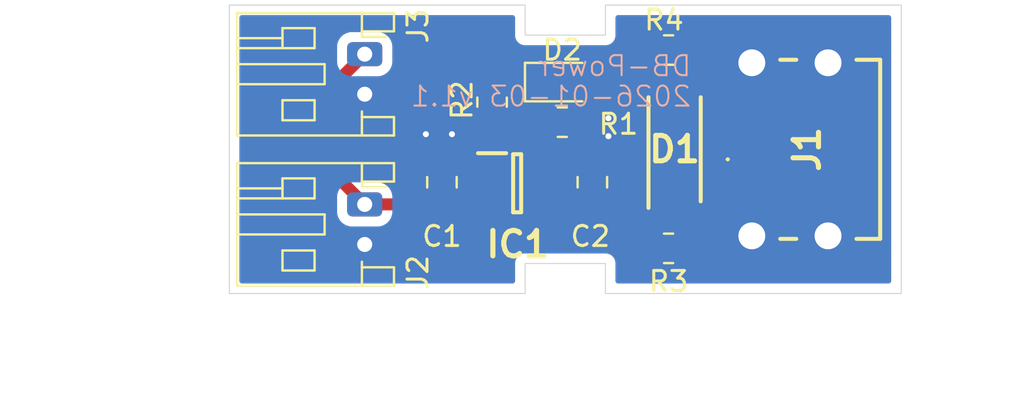
<source format=kicad_pcb>
(kicad_pcb (version 20241229) (generator "pcbnew") (generator_version "9.0")
  (layers (0 "F.Cu" signal) (2 "B.Cu" signal) (13 "F.Paste" user) (15 "B.Paste" user) (5 "F.SilkS" user "F.Silkscreen") (7 "B.SilkS" user "B.Silkscreen") (1 "F.Mask" user) (3 "B.Mask" user) (25 "Edge.Cuts" user))
  (net 0 "")
  (net 1 "GND")
  (net 2 "VDD")
  (net 3 "Net-(D2-K)")
  (net 4 "unconnected-(J1-CC1-PadA5)")
  (net 5 "unconnected-(J1-CC2-PadB5)")
  (net 6 "/PROG")
  (net 7 "/STAT")
  (net 8 "+BATT")
  (footprint "Connector_JST:JST_PH_S2B-PH-K_1x02_P2.00mm_Horizontal" (layer "F.Cu") (at 115.15 69.605669 -90)
    (property "Reference" "J3" (at -1.405669 -2.65 90) (layer "F.SilkS"))
    (property "Value" "Load")
    (fp_line (start -2.06 6.36) (end 4.06 6.36) (stroke (width 0.12)) (layer "F.SilkS"))
    (fp_line (start 0.5 6.36) (end 0.5 2) (stroke (width 0.12)) (layer "F.SilkS"))
    (fp_line (start 4.06 6.36) (end 4.06 -1.46) (stroke (width 0.12)) (layer "F.SilkS"))
    (fp_line (start -1.3 4.1) (end -0.3 4.1) (stroke (width 0.12)) (layer "F.SilkS"))
    (fp_line (start -0.8 4.1) (end -0.8 6.36) (stroke (width 0.12)) (layer "F.SilkS"))
    (fp_line (start -0.3 4.1) (end -0.3 6.36) (stroke (width 0.12)) (layer "F.SilkS"))
    (fp_line (start -0.3 4.1) (end -0.3 2.5) (stroke (width 0.12)) (layer "F.SilkS"))
    (fp_line (start 2.3 4.1) (end 2.3 2.5) (stroke (width 0.12)) (layer "F.SilkS"))
    (fp_line (start 3.3 4.1) (end 2.3 4.1) (stroke (width 0.12)) (layer "F.SilkS"))
    (fp_line (start -1.3 2.5) (end -1.3 4.1) (stroke (width 0.12)) (layer "F.SilkS"))
    (fp_line (start -0.3 2.5) (end -1.3 2.5) (stroke (width 0.12)) (layer "F.SilkS"))
    (fp_line (start 2.3 2.5) (end 3.3 2.5) (stroke (width 0.12)) (layer "F.SilkS"))
    (fp_line (start 3.3 2.5) (end 3.3 4.1) (stroke (width 0.12)) (layer "F.SilkS"))
    (fp_line (start 0.5 2) (end 1.5 2) (stroke (width 0.12)) (layer "F.SilkS"))
    (fp_line (start 1.5 2) (end 1.5 6.36) (stroke (width 0.12)) (layer "F.SilkS"))
    (fp_line (start -2.06 0.14) (end -1.14 0.14) (stroke (width 0.12)) (layer "F.SilkS"))
    (fp_line (start -1.14 0.14) (end -1.14 -1.46) (stroke (width 0.12)) (layer "F.SilkS"))
    (fp_line (start -0.86 0.14) (end -1.14 0.14) (stroke (width 0.12)) (layer "F.SilkS"))
    (fp_line (start -0.86 0.14) (end -0.86 -1.075) (stroke (width 0.12)) (layer "F.SilkS"))
    (fp_line (start 3.14 0.14) (end 2.86 0.14) (stroke (width 0.12)) (layer "F.SilkS"))
    (fp_line (start 4.06 0.14) (end 3.14 0.14) (stroke (width 0.12)) (layer "F.SilkS"))
    (fp_line (start -2.06 -1.46) (end -2.06 6.36) (stroke (width 0.12)) (layer "F.SilkS"))
    (fp_line (start -1.14 -1.46) (end -2.06 -1.46) (stroke (width 0.12)) (layer "F.SilkS"))
    (fp_line (start 3.14 -1.46) (end 3.14 0.14) (stroke (width 0.12)) (layer "F.SilkS"))
    (fp_line (start 4.06 -1.46) (end 3.14 -1.46) (stroke (width 0.12)) (layer "F.SilkS"))
    (pad "1" thru_hole roundrect (at 0 0 270) (size 1.2 1.75) (drill 0.75) (layers "*.Cu" "*.Mask") (roundrect_rratio 0.208333) (net 8 "+BATT"))
    (pad "2" thru_hole oval (at 2 0 270) (size 1.2 1.75) (drill 0.75) (layers "*.Cu" "*.Mask") (net 1 "GND"))
  )
  (footprint "Resistor_SMD:R_0805_2012Metric_Pad1.20x1.40mm_HandSolder" (layer "F.Cu") (at 125 73)
    (property "Reference" "R1" (at 2.8 0.1 0) (layer "F.SilkS"))
    (property "Value" "2k")
    (fp_line (start -0.227064 -0.735) (end 0.227064 -0.735) (stroke (width 0.12)) (layer "F.SilkS"))
    (fp_line (start -0.227064 0.735) (end 0.227064 0.735) (stroke (width 0.12)) (layer "F.SilkS"))
    (pad "1" smd roundrect (at -1 0) (size 1.2 1.4) (layers "F.Cu" "F.Mask" "F.Paste") (roundrect_rratio 0.208333) (net 6 "/PROG"))
    (pad "2" smd roundrect (at 1 0) (size 1.2 1.4) (layers "F.Cu" "F.Mask" "F.Paste") (roundrect_rratio 0.208333) (net 1 "GND"))
  )
  (footprint "Capacitor_SMD:C_0805_2012Metric_Pad1.18x1.45mm_HandSolder" (layer "F.Cu") (at 126.5 76 90)
    (property "Reference" "C2" (at -2.7 -0.1 180) (layer "F.SilkS"))
    (property "Value" "4.7uF")
    (fp_line (start -0.261252 -0.735) (end 0.261252 -0.735) (stroke (width 0.12)) (layer "F.SilkS"))
    (fp_line (start -0.261252 0.735) (end 0.261252 0.735) (stroke (width 0.12)) (layer "F.SilkS"))
    (pad "1" smd roundrect (at -1.0375 0 90) (size 1.175 1.45) (layers "F.Cu" "F.Mask" "F.Paste") (roundrect_rratio 0.212766) (net 2 "VDD"))
    (pad "2" smd roundrect (at 1.0375 0 90) (size 1.175 1.45) (layers "F.Cu" "F.Mask" "F.Paste") (roundrect_rratio 0.212766) (net 1 "GND"))
  )
  (footprint "LED_SMD:LED_0805_2012Metric_Pad1.15x1.40mm_HandSolder" (layer "F.Cu") (at 125 71)
    (property "Reference" "D2" (at 0 -1.6 0) (layer "F.SilkS"))
    (property "Value" "Status")
    (fp_line (start -1.86 -0.96) (end -1.86 0.96) (stroke (width 0.12)) (layer "F.SilkS"))
    (fp_line (start -1.86 0.96) (end 1 0.96) (stroke (width 0.12)) (layer "F.SilkS"))
    (fp_line (start 1 -0.96) (end -1.86 -0.96) (stroke (width 0.12)) (layer "F.SilkS"))
    (pad "1" smd roundrect (at -1.025 0) (size 1.15 1.4) (layers "F.Cu" "F.Mask" "F.Paste") (roundrect_rratio 0.217391) (net 3 "Net-(D2-K)"))
    (pad "2" smd roundrect (at 1.025 0) (size 1.15 1.4) (layers "F.Cu" "F.Mask" "F.Paste") (roundrect_rratio 0.217391) (net 2 "VDD"))
  )
  (footprint "Resistor_SMD:R_0805_2012Metric_Pad1.20x1.40mm_HandSolder" (layer "F.Cu") (at 121.5 72 90)
    (property "Reference" "R2" (at 0.1 -1.5 90) (layer "F.SilkS"))
    (property "Value" "600 Ohm")
    (fp_line (start -0.227064 -0.735) (end 0.227064 -0.735) (stroke (width 0.12)) (layer "F.SilkS"))
    (fp_line (start -0.227064 0.735) (end 0.227064 0.735) (stroke (width 0.12)) (layer "F.SilkS"))
    (pad "1" smd roundrect (at -1 0 90) (size 1.2 1.4) (layers "F.Cu" "F.Mask" "F.Paste") (roundrect_rratio 0.208333) (net 7 "/STAT"))
    (pad "2" smd roundrect (at 1 0 90) (size 1.2 1.4) (layers "F.Cu" "F.Mask" "F.Paste") (roundrect_rratio 0.208333) (net 3 "Net-(D2-K)"))
  )
  (footprint "Garth:DIOM5226X240N" (layer "F.Cu") (at 130.6 74.355669 90)
    (property "Reference" "D1" (at 0 0 180) (layer "F.SilkS") (effects (font (size 1.27 1.27) (thickness 0.254))))
    (property "Value" "SMAJ6.0A-13-F" (hide yes))
    (fp_line (start 2.598 -1.302) (end -2.925 -1.302) (stroke (width 0.2)) (layer "F.SilkS"))
    (fp_line (start -2.598 1.302) (end 2.598 1.302) (stroke (width 0.2)) (layer "F.SilkS"))
    (pad "1" smd rect (at -2.15 0 180) (size 1.55 2.35) (layers "F.Cu" "F.Mask" "F.Paste") (net 2 "VDD"))
    (pad "2" smd rect (at 2.15 0 180) (size 1.55 2.35) (layers "F.Cu" "F.Mask" "F.Paste") (net 1 "GND"))
  )
  (footprint "Connector_JST:JST_PH_S2B-PH-K_1x02_P2.00mm_Horizontal" (layer "F.Cu") (at 115.15 77.105669 -90)
    (property "Reference" "J2" (at 3.394331 -2.65 90) (layer "F.SilkS"))
    (property "Value" "Battery")
    (fp_line (start -2.06 6.36) (end 4.06 6.36) (stroke (width 0.12)) (layer "F.SilkS"))
    (fp_line (start 0.5 6.36) (end 0.5 2) (stroke (width 0.12)) (layer "F.SilkS"))
    (fp_line (start 4.06 6.36) (end 4.06 -1.46) (stroke (width 0.12)) (layer "F.SilkS"))
    (fp_line (start -1.3 4.1) (end -0.3 4.1) (stroke (width 0.12)) (layer "F.SilkS"))
    (fp_line (start -0.8 4.1) (end -0.8 6.36) (stroke (width 0.12)) (layer "F.SilkS"))
    (fp_line (start -0.3 4.1) (end -0.3 6.36) (stroke (width 0.12)) (layer "F.SilkS"))
    (fp_line (start -0.3 4.1) (end -0.3 2.5) (stroke (width 0.12)) (layer "F.SilkS"))
    (fp_line (start 2.3 4.1) (end 2.3 2.5) (stroke (width 0.12)) (layer "F.SilkS"))
    (fp_line (start 3.3 4.1) (end 2.3 4.1) (stroke (width 0.12)) (layer "F.SilkS"))
    (fp_line (start -1.3 2.5) (end -1.3 4.1) (stroke (width 0.12)) (layer "F.SilkS"))
    (fp_line (start -0.3 2.5) (end -1.3 2.5) (stroke (width 0.12)) (layer "F.SilkS"))
    (fp_line (start 2.3 2.5) (end 3.3 2.5) (stroke (width 0.12)) (layer "F.SilkS"))
    (fp_line (start 3.3 2.5) (end 3.3 4.1) (stroke (width 0.12)) (layer "F.SilkS"))
    (fp_line (start 0.5 2) (end 1.5 2) (stroke (width 0.12)) (layer "F.SilkS"))
    (fp_line (start 1.5 2) (end 1.5 6.36) (stroke (width 0.12)) (layer "F.SilkS"))
    (fp_line (start -2.06 0.14) (end -1.14 0.14) (stroke (width 0.12)) (layer "F.SilkS"))
    (fp_line (start -1.14 0.14) (end -1.14 -1.46) (stroke (width 0.12)) (layer "F.SilkS"))
    (fp_line (start -0.86 0.14) (end -1.14 0.14) (stroke (width 0.12)) (layer "F.SilkS"))
    (fp_line (start -0.86 0.14) (end -0.86 -1.075) (stroke (width 0.12)) (layer "F.SilkS"))
    (fp_line (start 3.14 0.14) (end 2.86 0.14) (stroke (width 0.12)) (layer "F.SilkS"))
    (fp_line (start 4.06 0.14) (end 3.14 0.14) (stroke (width 0.12)) (layer "F.SilkS"))
    (fp_line (start -2.06 -1.46) (end -2.06 6.36) (stroke (width 0.12)) (layer "F.SilkS"))
    (fp_line (start -1.14 -1.46) (end -2.06 -1.46) (stroke (width 0.12)) (layer "F.SilkS"))
    (fp_line (start 3.14 -1.46) (end 3.14 0.14) (stroke (width 0.12)) (layer "F.SilkS"))
    (fp_line (start 4.06 -1.46) (end 3.14 -1.46) (stroke (width 0.12)) (layer "F.SilkS"))
    (pad "1" thru_hole roundrect (at 0 0 270) (size 1.2 1.75) (drill 0.75) (layers "*.Cu" "*.Mask") (roundrect_rratio 0.208333) (net 8 "+BATT"))
    (pad "2" thru_hole oval (at 2 0 270) (size 1.2 1.75) (drill 0.75) (layers "*.Cu" "*.Mask") (net 1 "GND"))
  )
  (footprint "Garth:SOT95P270X145-5N" (layer "F.Cu") (at 122.75 76.05)
    (property "Reference" "IC1" (at 0.030238 3.05 0) (layer "F.SilkS") (effects (font (size 1.27 1.27) (thickness 0.254))))
    (property "Value" "MCP73831T-2ACI_OT" (hide yes))
    (fp_line (start -1.95 -1.5) (end -0.55 -1.5) (stroke (width 0.2)) (layer "F.SilkS"))
    (fp_line (start -0.2 -1.45) (end 0.2 -1.45) (stroke (width 0.2)) (layer "F.SilkS"))
    (fp_line (start -0.2 1.45) (end -0.2 -1.45) (stroke (width 0.2)) (layer "F.SilkS"))
    (fp_line (start 0.2 -1.45) (end 0.2 1.45) (stroke (width 0.2)) (layer "F.SilkS"))
    (fp_line (start 0.2 1.45) (end -0.2 1.45) (stroke (width 0.2)) (layer "F.SilkS"))
    (pad "1" smd rect (at -1.25 -0.95 90) (size 0.6 1.4) (layers "F.Cu" "F.Mask" "F.Paste") (net 7 "/STAT"))
    (pad "2" smd rect (at -1.25 0 90) (size 0.6 1.4) (layers "F.Cu" "F.Mask" "F.Paste") (net 1 "GND"))
    (pad "3" smd rect (at -1.25 0.95 90) (size 0.6 1.4) (layers "F.Cu" "F.Mask" "F.Paste") (net 8 "+BATT"))
    (pad "4" smd rect (at 1.25 0.95 90) (size 0.6 1.4) (layers "F.Cu" "F.Mask" "F.Paste") (net 2 "VDD"))
    (pad "5" smd rect (at 1.25 -0.95 90) (size 0.6 1.4) (layers "F.Cu" "F.Mask" "F.Paste") (net 6 "/PROG"))
  )
  (footprint "Capacitor_SMD:C_0805_2012Metric_Pad1.18x1.45mm_HandSolder" (layer "F.Cu") (at 119 76 90)
    (property "Reference" "C1" (at -2.7 0 180) (layer "F.SilkS"))
    (property "Value" "4.7uF")
    (fp_line (start -0.261252 -0.735) (end 0.261252 -0.735) (stroke (width 0.12)) (layer "F.SilkS"))
    (fp_line (start -0.261252 0.735) (end 0.261252 0.735) (stroke (width 0.12)) (layer "F.SilkS"))
    (pad "1" smd roundrect (at -1.0375 0 90) (size 1.175 1.45) (layers "F.Cu" "F.Mask" "F.Paste") (roundrect_rratio 0.212766) (net 8 "+BATT"))
    (pad "2" smd roundrect (at 1.0375 0 90) (size 1.175 1.45) (layers "F.Cu" "F.Mask" "F.Paste") (roundrect_rratio 0.212766) (net 1 "GND"))
  )
  (footprint "Resistor_SMD:R_0805_2012Metric_Pad1.20x1.40mm_HandSolder" (layer "F.Cu") (at 130.3 79.3 180)
    (property "Reference" "R3" (at 0 -1.65 0) (layer "F.SilkS"))
    (property "Value" "5.1k")
    (fp_line (start -0.227064 0.735) (end 0.227064 0.735) (stroke (width 0.12)) (layer "F.SilkS"))
    (fp_line (start -0.227064 -0.735) (end 0.227064 -0.735) (stroke (width 0.12)) (layer "F.SilkS"))
    (pad "1" smd roundrect (at -1 0 180) (size 1.2 1.4) (layers "F.Cu" "F.Mask" "F.Paste") (roundrect_rratio 0.208333) (net 4 "unconnected-(J1-CC1-PadA5)"))
    (pad "2" smd roundrect (at 1 0 180) (size 1.2 1.4) (layers "F.Cu" "F.Mask" "F.Paste") (roundrect_rratio 0.208333) (net 1 "GND"))
  )
  (footprint "Garth:UJCHGSMT2P6TR" (layer "F.Cu") (at 137.4 74.355669 90)
    (property "Reference" "J1" (at 0 -0.2 90) (layer "F.SilkS") (effects (font (size 1.27 1.27) (thickness 0.254))))
    (property "Value" "UJC-H-G-SMT-2-P6-TR" (hide yes))
    (fp_line (start -0.5 -4.2) (end -0.5 -4.2) (stroke (width 0.1)) (layer "F.SilkS"))
    (fp_line (start -0.5 -4.1) (end -0.5 -4.1) (stroke (width 0.1)) (layer "F.SilkS"))
    (fp_line (start 4.47 -1.533) (end 4.47 -0.733) (stroke (width 0.2)) (layer "F.SilkS"))
    (fp_line (start -4.47 -1.533) (end -4.47 -0.733) (stroke (width 0.2)) (layer "F.SilkS"))
    (fp_line (start 4.47 2.267) (end 4.47 3.45) (stroke (width 0.2)) (layer "F.SilkS"))
    (fp_line (start 4.47 3.45) (end -4.47 3.45) (stroke (width 0.2)) (layer "F.SilkS"))
    (fp_line (start -4.47 3.45) (end -4.47 2.267) (stroke (width 0.2)) (layer "F.SilkS"))
    (fp_arc (start -0.5 -4.2) (mid -0.45 -4.15) (end -0.5 -4.1) (stroke (width 0.1)) (layer "F.SilkS"))
    (fp_arc (start -0.5 -4.1) (mid -0.55 -4.15) (end -0.5 -4.2) (stroke (width 0.1)) (layer "F.SilkS"))
    (pad "1" thru_hole circle (at -4.32 -2.95 90) (size 1.8 1.8) (drill 1.34) (layers "*.Cu" "*.Mask") (net 1 "GND"))
    (pad "2" thru_hole circle (at 4.32 -2.95 90) (size 1.8 1.8) (drill 1.34) (layers "*.Cu" "*.Mask") (net 1 "GND"))
    (pad "3" thru_hole circle (at -4.32 0.85 90) (size 2.01 2.01) (drill 1.34) (layers "*.Cu" "*.Mask") (net 1 "GND"))
    (pad "4" thru_hole circle (at 4.32 0.85 90) (size 2.01 2.01) (drill 1.34) (layers "*.Cu" "*.Mask") (net 1 "GND"))
    (pad "A5" smd rect (at -0.5 -3.03 90) (size 0.7 1.2) (layers "F.Cu" "F.Mask" "F.Paste") (net 4 "unconnected-(J1-CC1-PadA5)"))
    (pad "A9" smd rect (at 1.52 -3.03 90) (size 0.76 1.2) (layers "F.Cu" "F.Mask" "F.Paste") (net 2 "VDD"))
    (pad "A12" smd rect (at 2.75 -3.03 90) (size 0.8 1.2) (layers "F.Cu" "F.Mask" "F.Paste") (net 1 "GND"))
    (pad "B5" smd rect (at 0.5 -3.03 90) (size 0.7 1.2) (layers "F.Cu" "F.Mask" "F.Paste") (net 5 "unconnected-(J1-CC2-PadB5)"))
    (pad "B9" smd rect (at -1.52 -3.03 90) (size 0.76 1.2) (layers "F.Cu" "F.Mask" "F.Paste") (net 2 "VDD"))
    (pad "B12" smd rect (at -2.75 -3.03 90) (size 0.8 1.2) (layers "F.Cu" "F.Mask" "F.Paste") (net 1 "GND"))
  )
  (footprint "Resistor_SMD:R_0805_2012Metric_Pad1.20x1.40mm_HandSolder" (layer "F.Cu") (at 130.3 69.4 180)
    (property "Reference" "R4" (at 0.227064 1.5 0) (layer "F.SilkS"))
    (property "Value" "5.1k")
    (fp_line (start -0.227064 0.735) (end 0.227064 0.735) (stroke (width 0.12)) (layer "F.SilkS"))
    (fp_line (start -0.227064 -0.735) (end 0.227064 -0.735) (stroke (width 0.12)) (layer "F.SilkS"))
    (pad "1" smd roundrect (at -1 0 180) (size 1.2 1.4) (layers "F.Cu" "F.Mask" "F.Paste") (roundrect_rratio 0.208333) (net 5 "unconnected-(J1-CC2-PadB5)"))
    (pad "2" smd roundrect (at 1 0 180) (size 1.2 1.4) (layers "F.Cu" "F.Mask" "F.Paste") (roundrect_rratio 0.208333) (net 1 "GND"))
  )
  (gr_line (start 127.15 67.155669) (end 127.15 68.655669) (stroke (width 0.05)) (layer "Edge.Cuts"))
  (gr_line (start 123.15 81.555669) (end 108.4 81.555669) (stroke (width 0.05)) (layer "Edge.Cuts"))
  (gr_line (start 123.15 67.155669) (end 108.4 67.155669) (stroke (width 0.05)) (layer "Edge.Cuts"))
  (gr_line (start 123.15 80.055669) (end 127.15 80.055669) (stroke (width 0.05)) (layer "Edge.Cuts"))
  (gr_line (start 127.15 68.655669) (end 123.15 68.655669) (stroke (width 0.05)) (layer "Edge.Cuts"))
  (gr_line (start 108.4 67.155669) (end 108.4 81.555669) (stroke (width 0.05)) (layer "Edge.Cuts"))
  (gr_line (start 127.15 80.055669) (end 127.15 81.555669) (stroke (width 0.05)) (layer "Edge.Cuts"))
  (gr_line (start 141.9 67.155669) (end 127.15 67.155669) (stroke (width 0.05)) (layer "Edge.Cuts"))
  (gr_line (start 123.15 68.655669) (end 123.15 67.155669) (stroke (width 0.05)) (layer "Edge.Cuts"))
  (gr_line (start 123.15 81.555669) (end 123.15 80.055669) (stroke (width 0.05)) (layer "Edge.Cuts"))
  (gr_line (start 141.9 81.555669) (end 127.15 81.555669) (stroke (width 0.05)) (layer "Edge.Cuts"))
  (gr_line (start 141.9 81.555669) (end 141.9 67.155669) (stroke (width 0.05)) (layer "Edge.Cuts"))
  (gr_text "DB-Power" (at 131.5 70.780669 0) (layer "B.SilkS") (effects (font (size 1 1) (thickness 0.1)) (justify left bottom mirror)))
  (gr_text "2026-01-03 v1.1" (at 131.5 72.3 0) (layer "B.SilkS") (effects (font (size 1 1) (thickness 0.1)) (justify left bottom mirror)))
  (segment (start 129.3 79.3) (end 130.618331 77.981669) (width 0.2) (layer "F.Cu") (net 1))
  (segment (start 131.2 71.605669) (end 130.6 72.205669) (width 0.6) (layer "F.Cu") (net 1))
  (segment (start 134.37 77.105669) (end 134.37 78.595669) (width 0.6) (layer "F.Cu") (net 1))
  (segment (start 133.756 77.981669) (end 134.45 78.675669) (width 0.2) (layer "F.Cu") (net 1))
  (segment (start 134.45 78.675669) (end 138.25 78.675669) (width 0.6) (layer "F.Cu") (net 1))
  (segment (start 134.45 70.035669) (end 138.25 70.035669) (width 0.6) (layer "F.Cu") (net 1))
  (segment (start 134.37 71.605669) (end 134.37 70.115669) (width 0.6) (layer "F.Cu") (net 1))
  (segment (start 129.3 69.4) (end 129.3 70.905669) (width 0.2) (layer "F.Cu") (net 1))
  (segment (start 134.37 71.605669) (end 131.2 71.605669) (width 0.6) (layer "F.Cu") (net 1))
  (segment (start 134.37 70.115669) (end 134.45 70.035669) (width 0.6) (layer "F.Cu") (net 1))
  (segment (start 130.6 72.205669) (end 130.6 73.055669) (width 0.6) (layer "F.Cu") (net 1))
  (segment (start 134.37 78.595669) (end 134.45 78.675669) (width 0.6) (layer "F.Cu") (net 1))
  (segment (start 129.3 70.905669) (end 130.6 72.205669) (width 0.2) (layer "F.Cu") (net 1))
  (segment (start 130.618331 77.981669) (end 133.756 77.981669) (width 0.2) (layer "F.Cu") (net 1))
  (via (at 127.3 72.8) (size 0.6) (drill 0.3) (layers "F.Cu" "B.Cu") (net 1))
  (via (at 127.3 73.7) (size 0.6) (drill 0.3) (layers "F.Cu" "B.Cu") (net 1))
  (via (at 119.5 73.6) (size 0.6) (drill 0.3) (layers "F.Cu" "B.Cu") (net 1))
  (via (at 118.2 73.6) (size 0.6) (drill 0.3) (layers "F.Cu" "B.Cu") (net 1))
  (segment (start 131.23 75.875669) (end 130.6 76.505669) (width 0.6) (layer "F.Cu") (net 2))
  (segment (start 130.6 76.505669) (end 130.068169 77.0375) (width 0.6) (layer "F.Cu") (net 2))
  (segment (start 128.4 75.8) (end 127.1625 77.0375) (width 0.2) (layer "F.Cu") (net 2))
  (segment (start 130.068169 77.0375) (end 126.5 77.0375) (width 0.6) (layer "F.Cu") (net 2))
  (segment (start 132.5 73.773669) (end 132.5 75.875669) (width 0.6) (layer "F.Cu") (net 2))
  (segment (start 132.5 75.875669) (end 131.23 75.875669) (width 0.6) (layer "F.Cu") (net 2))
  (segment (start 134.37 75.875669) (end 132.5 75.875669) (width 0.6) (layer "F.Cu") (net 2))
  (segment (start 127.1625 77.0375) (end 126.5 77.0375) (width 0.2) (layer "F.Cu") (net 2))
  (segment (start 126.025 71) (end 127.3 71) (width 0.2) (layer "F.Cu") (net 2))
  (segment (start 134.37 72.835669) (end 133.438 72.835669) (width 0.6) (layer "F.Cu") (net 2))
  (segment (start 128.4 72.1) (end 128.4 75.8) (width 0.2) (layer "F.Cu") (net 2))
  (segment (start 127.3 71) (end 128.4 72.1) (width 0.2) (layer "F.Cu") (net 2))
  (segment (start 133.438 72.835669) (end 132.5 73.773669) (width 0.6) (layer "F.Cu") (net 2))
  (segment (start 121.5 71) (end 123.975 71) (width 0.2) (layer "F.Cu") (net 3))
  (segment (start 139.556 78.134706) (end 136.276963 74.855669) (width 0.2) (layer "F.Cu") (net 4))
  (segment (start 138.790963 79.981669) (end 139.556 79.216632) (width 0.2) (layer "F.Cu") (net 4))
  (segment (start 131.981669 79.981669) (end 138.790963 79.981669) (width 0.2) (layer "F.Cu") (net 4))
  (segment (start 139.556 79.216632) (end 139.556 78.134706) (width 0.2) (layer "F.Cu") (net 4))
  (segment (start 131.3 79.3) (end 131.981669 79.981669) (width 0.2) (layer "F.Cu") (net 4))
  (segment (start 136.276963 74.855669) (end 134.37 74.855669) (width 0.2) (layer "F.Cu") (net 4))
  (segment (start 131.3 69.4) (end 131.970331 68.729669) (width 0.2) (layer "F.Cu") (net 5))
  (segment (start 136.276963 73.855669) (end 134.37 73.855669) (width 0.2) (layer "F.Cu") (net 5))
  (segment (start 131.970331 68.729669) (end 138.790963 68.729669) (width 0.2) (layer "F.Cu") (net 5))
  (segment (start 138.790963 68.729669) (end 139.556 69.494706) (width 0.2) (layer "F.Cu") (net 5))
  (segment (start 139.556 70.576632) (end 136.276963 73.855669) (width 0.2) (layer "F.Cu") (net 5))
  (segment (start 139.556 69.494706) (end 139.556 70.576632) (width 0.2) (layer "F.Cu") (net 5))
  (segment (start 124 73) (end 124 75.1) (width 0.2) (layer "F.Cu") (net 6))
  (segment (start 121.5 73) (end 121.5 75.1) (width 0.2) (layer "F.Cu") (net 7))
  (segment (start 113.774 75.729669) (end 115.15 77.105669) (width 0.6) (layer "F.Cu") (net 8))
  (segment (start 113.774 70.981669) (end 113.774 75.729669) (width 0.6) (layer "F.Cu") (net 8))
  (segment (start 115.15 69.605669) (end 113.774 70.981669) (width 0.6) (layer "F.Cu") (net 8))
  (segment (start 118.931831 77.105669) (end 119 77.0375) (width 0.6) (layer "F.Cu") (net 8))
  (segment (start 115.15 77.105669) (end 118.931831 77.105669) (width 0.6) (layer "F.Cu") (net 8))
  (zone (net 1) (net_name "GND") (layer "F.Cu") (priority 2) (connect_pads yes (clearance 0.5)) (min_thickness 0.25) (fill yes (thermal_gap 0.5) (thermal_bridge_width 0.5))
    (polygon (pts (xy 117.3 73) (xy 117.3 75.6) (xy 117.438748 75.738748) (xy 119.98 75.738748) (xy 119.98 76.4) (xy 125.5 76.4) (xy 125.5 75.6) (xy 127.7 75.6) (xy 127.8 75.5) (xy 127.8 72.3) (xy 125.4 72.3) (xy 125.4 74.1) (xy 125 74.1) (xy 125 75.7) (xy 120.5 75.7) (xy 120.5 73)))
  )
  (zone (net 8) (net_name "+BATT") (layer "F.Cu") (connect_pads yes (clearance 0.5)) (min_thickness 0.25) (fill yes (thermal_gap 0.5) (thermal_bridge_width 0.5))
    (polygon (pts (xy 122.2 76.7) (xy 117.3 76.7) (xy 117.3 79.5) (xy 122.2 79.5)))
  )
  (zone (net 2) (net_name "VDD") (layer "F.Cu") (priority 1) (connect_pads yes (clearance 0.5)) (min_thickness 0.25) (fill yes (thermal_gap 0.5) (thermal_bridge_width 0.5))
    (polygon (pts (xy 123.3 76.7) (xy 123.3 79.5) (xy 128 79.5) (xy 128 76.7)))
  )
  (zone (net 1) (net_name "GND") (layer "B.Cu") (priority 3) (connect_pads yes (clearance 0.5)) (min_thickness 0.25) (fill yes (thermal_gap 0.5) (thermal_bridge_width 0.5))
    (polygon (pts (xy 108.4 67.155669) (xy 108.4 81.555669) (xy 141.9 81.555669) (xy 141.9 67.155669)))
  )
)
</source>
